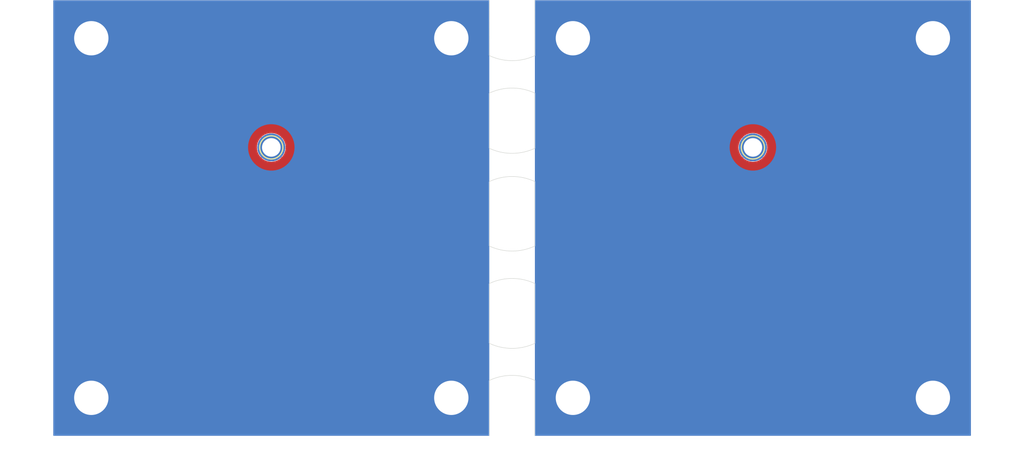
<source format=kicad_pcb>
(kicad_pcb (version 20211014) (generator pcbnew)
  (title_block (title "2.4GHz Patch Antenna") (date "2020-09-11") (rev "v1.0") (company "Asristotle Space & Aeronautics Team (ASAT)") (comment 1 "AcubeSAT"))
  (layers (0 "F.Cu" signal "Top") (31 "B.Cu" signal "Bottom") (34 "B.Paste" user) (35 "F.Paste" user) (36 "B.SilkS" user "B.Silkscreen") (37 "F.SilkS" user "F.Silkscreen") (38 "B.Mask" user) (39 "F.Mask" user) (44 "Edge.Cuts" user))
  (net 0 "")
  (net 1 "/RF_COPPER")
  (footprint "Connector_Pin:Pin_D1.0mm_L10.0mm" (layer "F.Cu") (at 57.4945 49.8602)
    (fp_text reference "J1" hide)
    (fp_text value "RF Connector")
    (fp_circle (center 0 0) (end 1.25 0.05) (layer "F.SilkS") (width 0.12) (fill none))
    (pad "1" thru_hole circle locked (at 0 0) (size 3 3) (drill 2) (layers *.Cu *.Mask) (net 1 "/RF_COPPER"))
  )
  (footprint "MountingHole:MountingHole_3.7mm_Pad" (layer "F.Cu") (at 38.0945 38.0802)
    (fp_text reference "REF**" hide)
    (fp_text value "MountingHole_3.7mm_Pad")
    (pad "1" thru_hole circle locked (at 0 0) (size 6.2 6.2) (drill 3.7) (layers "F.Cu" "F.Mask"))
  )
  (footprint "MountingHole:MountingHole_3.7mm_Pad" (layer "F.Cu") (at 76.8945 76.8802)
    (fp_text reference "REF**" hide)
    (fp_text value "MountingHole_3.7mm_Pad")
    (pad "1" thru_hole circle locked (at 0 0) (size 6.2 6.2) (drill 3.7) (layers "F.Cu" "F.Mask"))
  )
  (footprint "MountingHole:MountingHole_3.7mm_Pad" (layer "F.Cu") (at 90 38.0802)
    (fp_text reference "REF**" hide)
    (fp_text value "MountingHole_3.7mm_Pad")
    (pad "1" thru_hole circle locked (at 0 0) (size 6.2 6.2) (drill 3.7) (layers "F.Cu" "F.Mask"))
  )
  (footprint "MountingHole:MountingHole_3.7mm_Pad" (layer "F.Cu") (at 38.0945 76.8802)
    (fp_text reference "REF**" hide)
    (fp_text value "MountingHole_3.7mm_Pad")
    (pad "1" thru_hole circle locked (at 0 0) (size 6.2 6.2) (drill 3.7) (layers "F.Cu" "F.Mask"))
  )
  (footprint "MountingHole:MountingHole_3.7mm_Pad" (layer "F.Cu") (at 128.8 38.0802)
    (fp_text reference "REF**" hide)
    (fp_text value "MountingHole_3.7mm_Pad")
    (pad "1" thru_hole circle locked (at 0 0) (size 6.2 6.2) (drill 3.7) (layers "F.Cu" "F.Mask"))
  )
  (footprint "MountingHole:MountingHole_3.7mm_Pad" (layer "F.Cu") (at 76.8945 38.0802)
    (fp_text reference "REF**" hide)
    (fp_text value "MountingHole_3.7mm_Pad")
    (pad "1" thru_hole circle locked (at 0 0) (size 6.2 6.2) (drill 3.7) (layers "F.Cu" "F.Mask"))
  )
  (footprint "MountingHole:MountingHole_3.7mm_Pad" (layer "F.Cu") (at 128.8 76.8802)
    (fp_text reference "REF**" hide)
    (fp_text value "MountingHole_3.7mm_Pad")
    (pad "1" thru_hole circle locked (at 0 0) (size 6.2 6.2) (drill 3.7) (layers "F.Cu" "F.Mask"))
  )
  (footprint "Connector_Pin:Pin_D1.0mm_L10.0mm" (layer "F.Cu") (at 109.4 49.8602)
    (fp_text reference "J1" hide)
    (fp_text value "RF Connector")
    (fp_circle (center 0 0) (end 1.25 0.05) (layer "F.SilkS") (width 0.12) (fill none))
    (pad "1" thru_hole circle locked (at 0 0) (size 3 3) (drill 2) (layers *.Cu *.Mask) (net 1 "/RF_COPPER"))
  )
  (footprint "MountingHole:MountingHole_3.7mm_Pad" (layer "F.Cu") (at 90 76.8802)
    (fp_text reference "REF**" hide)
    (fp_text value "MountingHole_3.7mm_Pad")
    (pad "1" thru_hole circle locked (at 0 0) (size 6.2 6.2) (drill 3.7) (layers "F.Cu" "F.Mask"))
  )
  (gr_line (start 80.9945 33.9802) (end 33.9945 33.9802) (layer "Edge.Cuts") (width 0.001))
  (gr_line (start 33.9945 33.9802) (end 33.9945 80.9802) (layer "Edge.Cuts") (width 0.001))
  (gr_line (start 33.9945 80.9802) (end 80.9945 80.9802) (layer "Edge.Cuts") (width 0.001))
  (gr_line (start 132.9 33.9802) (end 85.9 33.9802) (layer "Edge.Cuts") (width 0.001))
  (gr_line (start 80.9945 75) (end 80.9945 80.9802) (layer "Edge.Cuts") (width 0.05))
  (gr_line (start 85.9 75) (end 85.9 80.9802) (layer "Edge.Cuts") (width 0.05))
  (gr_line (start 85.9 64.543762) (end 85.9 71) (layer "Edge.Cuts") (width 0.05))
  (gr_line (start 80.9945 64.543762) (end 80.9945 71) (layer "Edge.Cuts") (width 0.05))
  (gr_arc (start 80.9945 44) (mid 83.44725 43.456238) (end 85.9 44) (layer "Edge.Cuts") (width 0.05))
  (gr_line (start 80.9945 33.9802) (end 81 39.956238) (layer "Edge.Cuts") (width 0.05))
  (gr_arc (start 85.9055 39.956238) (mid 83.45275 40.5) (end 81 39.956238) (layer "Edge.Cuts") (width 0.05))
  (gr_arc (start 85.9 71) (mid 83.44725 71.543762) (end 80.9945 71) (layer "Edge.Cuts") (width 0.05))
  (gr_line (start 80.9945 53.543762) (end 80.9945 60.5) (layer "Edge.Cuts") (width 0.05))
  (gr_line (start 132.9 80.9802) (end 132.9 33.9802) (layer "Edge.Cuts") (width 0.001))
  (gr_arc (start 80.9945 64.543762) (mid 83.44725 64) (end 85.9 64.543762) (layer "Edge.Cuts") (width 0.05))
  (gr_arc (start 85.9 49.956238) (mid 83.44725 50.5) (end 80.9945 49.956238) (layer "Edge.Cuts") (width 0.05))
  (gr_line (start 85.9 44) (end 85.9 49.956238) (layer "Edge.Cuts") (width 0.05))
  (gr_line (start 85.9 33.9802) (end 85.9055 39.956238) (layer "Edge.Cuts") (width 0.05))
  (gr_line (start 85.9 80.9802) (end 132.9 80.9802) (layer "Edge.Cuts") (width 0.001))
  (gr_arc (start 85.9 60.5) (mid 83.44725 61.043762) (end 80.9945 60.5) (layer "Edge.Cuts") (width 0.05))
  (gr_line (start 80.9945 44) (end 80.9945 49.956238) (layer "Edge.Cuts") (width 0.05))
  (gr_arc (start 80.9945 75) (mid 83.44725 74.456238) (end 85.9 75) (layer "Edge.Cuts") (width 0.05))
  (gr_line (start 85.9 53.543762) (end 85.9 60.5) (layer "Edge.Cuts") (width 0.05))
  (gr_arc (start 80.9945 53.543762) (mid 83.44725 53) (end 85.9 53.543762) (layer "Edge.Cuts") (width 0.05))
  (zone (net 0) (net_name "") (layer "F.Cu") (priority 6) (connect_pads (clearance 0)) (min_thickness 0.0254)
    (keepout (tracks not_allowed) (vias not_allowed) (pads allowed) (copperpour not_allowed) (footprints allowed))
    (fill (thermal_gap 0.051) (thermal_bridge_width 0.051))
    (polygon (pts (xy 52.501 64.6747) (xy 62.5 64.6747) (xy 62.5 60.1747) (xy 64.001 60.1747) (xy 64.001 66.1757) (xy 51 66.1757) (xy 51 60.1747) (xy 52.501 60.1747)))
  )
  (zone (net 1) (net_name "/RF_COPPER") (layer "F.Cu") (priority 6) (connect_pads (clearance 0.000001)) (min_thickness 0.0254) (fill yes (thermal_gap 0.051) (thermal_bridge_width 0.051))
    (polygon (pts (xy 70.626 64.905407) (xy 64.925707 70.6057) (xy 44.375 70.6057) (xy 44.375 50.054993) (xy 50.075293 44.3547) (xy 70.626 44.3547)))
  )
  (zone (net 1) (net_name "/RF_COPPER") (layer "F.Cu") (priority 6) (connect_pads (clearance 0.000001)) (min_thickness 0.0254) (fill yes (thermal_gap 0.051) (thermal_bridge_width 0.051))
    (polygon (pts (xy 96.2805 64.905407) (xy 101.980793 70.6057) (xy 122.5315 70.6057) (xy 122.5315 50.054993) (xy 116.831207 44.3547) (xy 96.2805 44.3547)))
  )
  (zone (net 0) (net_name "") (layer "F.Cu") (connect_pads (clearance 0)) (min_thickness 0.0254)
    (keepout (tracks not_allowed) (vias not_allowed) (pads allowed) (copperpour not_allowed) (footprints allowed))
    (fill (thermal_gap 0.051) (thermal_bridge_width 0.051))
    (polygon (pts (xy 114.4055 64.6747) (xy 104.4065 64.6747) (xy 104.4065 60.1747) (xy 102.9055 60.1747) (xy 102.9055 66.1757) (xy 115.9065 66.1757) (xy 115.9065 60.1747) (xy 114.4055 60.1747)))
  )
  (zone (net 0) (net_name "") (layer "B.Cu") (priority 6) (connect_pads (clearance 0.000001)) (min_thickness 0.0254) (fill yes (thermal_gap 0.051) (thermal_bridge_width 0.051))
    (polygon (pts (xy 80.99 80.9757) (xy 33.999 80.9757) (xy 33.999 33.9847) (xy 80.99 33.9847)))
  )
  (zone (net 0) (net_name "") (layer "B.Cu") (priority 6) (connect_pads (clearance 0.000001)) (min_thickness 0.0254) (fill yes (thermal_gap 0.051) (thermal_bridge_width 0.051))
    (polygon (pts (xy 132.8955 80.9757) (xy 85.9045 80.9757) (xy 85.9045 33.9847) (xy 132.8955 33.9847)))
  )
)
</source>
